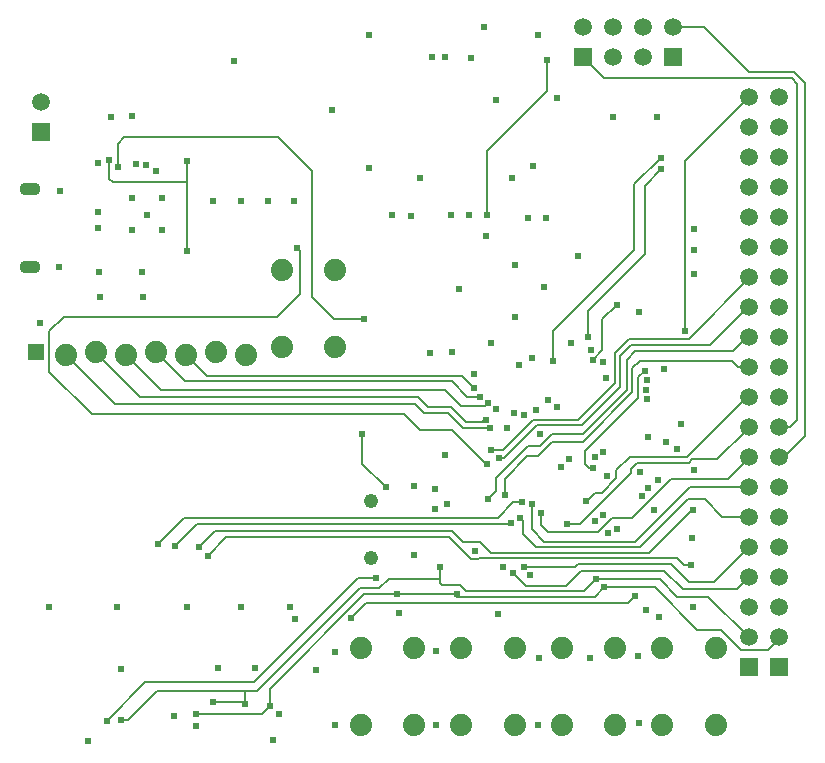
<source format=gbr>
%TF.GenerationSoftware,Novarm,DipTrace,3.2.0.1*%
%TF.CreationDate,2018-02-19T16:08:00-08:00*%
%FSLAX26Y26*%
%MOIN*%
%TF.FileFunction,Copper,L3,Inr*%
%TF.Part,Single*%
%AMOUTLINE1*
4,1,4,
0.026163,0.026163,
0.026205,-0.026121,
-0.026121,-0.026205,
-0.026163,0.026163,
0.026163,0.026163,
0*%
%TA.AperFunction,Conductor*%
%ADD15C,0.007*%
%TA.AperFunction,ComponentPad*%
%ADD33R,0.059055X0.059055*%
%ADD34C,0.059055*%
%ADD38O,0.070866X0.043307*%
%ADD45C,0.074*%
%ADD60R,0.05937X0.05937*%
%ADD61C,0.05937*%
%ADD65C,0.048*%
%TA.AperFunction,ViaPad*%
%ADD66C,0.024*%
%TA.AperFunction,ComponentPad*%
%ADD142OUTLINE1*%
G75*
G01*
%LPD*%
X971173Y2376227D2*
D15*
Y2303453D1*
Y2074445D1*
X972080Y2075352D1*
X712767Y2378479D2*
Y2315918D1*
X725231Y2303453D1*
X971173D1*
X740855Y2356572D2*
Y2431565D1*
X762727Y2453437D1*
X1275173D1*
X1387662Y2340949D1*
Y1922243D1*
X1462654Y1847251D1*
X1562767D1*
X1040823Y1059834D2*
X1103317Y1122327D1*
X1843864D1*
X1918856Y1047335D1*
X1940729D1*
X1943660Y1050267D1*
X2606477D1*
X2628156Y1028587D1*
X2651572D1*
X2325063Y1350631D2*
X2312361D1*
X2296941Y1366051D1*
Y1406672D1*
X2475267Y1584998D1*
Y1653740D1*
X2496920Y1675394D1*
X2631281Y1809755D2*
Y2375030D1*
X2844016Y2587765D1*
X1984474Y1412922D2*
X2025095D1*
X2125084Y1512911D1*
X2275068D1*
X2396931Y1634773D1*
Y1734763D1*
X2443801Y1781633D1*
X2643780D1*
X2849912Y1987765D1*
X2844016D1*
X2012596Y1384799D2*
X2028219D1*
X2137583Y1494163D1*
X2287567D1*
X2415679Y1622275D1*
Y1725389D1*
X2453175Y1762885D1*
X2715647D1*
X2840528Y1887765D1*
X2844016D1*
X874725Y1096839D2*
X962706Y1184820D1*
X2006696D1*
X2059641Y1237765D1*
X2087765D1*
X2053217Y1169197D2*
X2056341Y1166072D1*
X1006452D1*
X931460Y1091080D1*
X2844016Y1087765D2*
X2728593Y972343D1*
X2643814D1*
X2584445Y1031712D1*
X2275068D1*
X2265694Y1022338D1*
X2093838D1*
X2081338Y1184822D2*
X2090713Y1175446D1*
Y1131700D1*
X2134647Y1087765D1*
X2481107D1*
X2640655Y1247314D1*
X2696899D1*
X2756448Y1187765D1*
X2844016D1*
Y1287765D2*
X2647141D1*
X2465891Y1106516D1*
X2162768D1*
X2122141Y1147143D1*
Y1231516D1*
X2150265Y1200265D2*
Y1162764D1*
X2175079Y1137950D1*
X2340687D1*
X2387557Y1184820D1*
X2453571D1*
X2584807Y1316057D1*
X2775016D1*
X2850008Y1391049D1*
X2844016D1*
Y1387765D1*
X2237765Y1165891D2*
X2281516D1*
X2450050Y1334425D1*
Y1347303D1*
X2471923Y1369176D1*
X2644176D1*
X2656516Y1381516D1*
X2739911D1*
X2836935Y1478540D1*
X2846883D1*
X2837658Y1487765D1*
X2844016D1*
X2300265Y1240891D2*
Y1237765D1*
X2331516Y1269016D1*
X2353391D1*
X2403180Y1318805D1*
Y1344179D1*
X2446925Y1387924D1*
X2637530D1*
X2844016Y1594410D1*
Y1587765D1*
Y1687765D2*
X2809515D1*
X2787515Y1709765D1*
X2481297D1*
X2456299Y1684768D1*
Y1603526D1*
X2290692Y1437919D1*
X2187578D1*
X2140708Y1391049D1*
X2106336D1*
X2031344Y1316057D1*
Y1262939D1*
X2844016Y1787765D2*
X2837393D1*
X2790639Y1741012D1*
X2465673D1*
X2437551Y1712890D1*
Y1612901D1*
X2290692Y1466041D1*
X2187578D1*
X2146957Y1425420D1*
X2109461D1*
X2003222Y1319181D1*
Y1275097D1*
X1975267Y1247141D1*
X1634511Y1287935D2*
X1556394Y1366051D1*
Y1466041D1*
X2465890Y925267D2*
X2441100Y900475D1*
X1568893D1*
X1518898Y850481D1*
X2944016Y1387765D2*
X2962338D1*
X3031239Y1456667D1*
Y2634668D1*
X2993743Y2672164D1*
X2843759D1*
X2693786Y2822137D1*
X2590891D1*
X2190891Y1709641D2*
Y1806819D1*
X2462767Y2078694D1*
Y2297422D1*
X2550040Y2384694D1*
X2553164D1*
X1012520Y1087775D2*
X1065820Y1141075D1*
X1856362D1*
X1890922Y1106516D1*
X1947141D1*
X1984641Y1069016D1*
X2512352D1*
X2656101Y1212765D1*
X2659642D1*
X2403391Y1894016D2*
X2356516Y1847141D1*
Y1744016D1*
X2325142Y1712642D1*
X2362765Y953391D2*
X2531516D1*
X2672142Y812765D1*
X2750267D1*
X2819242Y743790D1*
X2906780D1*
X2944016Y781026D1*
Y787765D1*
X703391Y509641D2*
X831754Y638003D1*
X1193932D1*
X1540771Y984841D1*
X1603264D1*
X1672213Y931516D2*
X1872141D1*
Y922348D1*
X2331723D1*
X2362765Y953391D1*
X1247051Y556761D2*
Y616130D1*
X1562437Y931516D1*
X1672213D1*
X1002629Y532919D2*
X1223209D1*
X1247051Y556761D1*
X2171954Y2711777D2*
Y2609671D1*
X1970831Y2408547D1*
Y2194016D1*
X2844016Y787765D2*
Y781551D1*
X2334641Y981516D2*
X2547141D1*
X2606516Y922141D1*
X2709641D1*
X2844016Y787765D1*
X750265Y512765D2*
X775265D1*
X872381Y609881D1*
X1165810D1*
X1206431D1*
X1547020Y950470D1*
X1612638D1*
X1643885Y981717D1*
X1815742D1*
Y1022849D1*
Y981717D2*
Y969217D1*
X1822193Y962765D1*
X1881516D1*
X1903185Y941096D1*
X2294221D1*
X2334641Y981516D1*
X1165810Y564488D2*
Y609881D1*
X1057747Y572683D2*
X1157616D1*
X1165810Y564488D1*
X1981516Y1484641D2*
X1890882D1*
X1840739Y1534784D1*
X1762622D1*
X1731376Y1566030D1*
X730751D1*
X569016Y1727765D1*
X1947141Y1587767D2*
X1906516D1*
X1853391Y1640891D1*
X965890D1*
X869016Y1737765D1*
X1928391Y1619016D2*
X1887767Y1659641D1*
X1037141D1*
X969016Y1727765D1*
X1975265Y1569015D2*
X1965891Y1559641D1*
X1884625D1*
X1831365Y1612901D1*
X883881D1*
X769016Y1727765D1*
X669016Y1737765D2*
X667500Y1736250D1*
X815847Y1587903D1*
X1740750D1*
X1775121Y1553532D1*
X1850113D1*
X1900254Y1503391D1*
X1956516D1*
X1967453Y1514328D1*
X1969016Y1512765D1*
X2944016Y1487765D2*
X2981096D1*
X3006242Y1512911D1*
Y2631544D1*
X2987494Y2650292D1*
X2362736D1*
X2290891Y2722137D1*
X2553164Y2347198D2*
X2497141Y2291175D1*
Y2065891D1*
X2306717Y1875467D1*
Y1787966D1*
X2844016Y987765D2*
X2846683D1*
X2806263Y947345D1*
X2625032D1*
X2562736Y1009641D1*
X2284244D1*
X2234448Y959844D1*
X2100087D1*
X2059466Y1000465D1*
X1971839Y1365915D2*
X1968987D1*
X1856362Y1478540D1*
X1746999D1*
X1693880Y1531659D1*
X653364D1*
X512754Y1672269D1*
Y1806630D1*
X562748Y1856625D1*
X1272049D1*
X1347041Y1931617D1*
Y2075352D1*
X1337667Y2084726D1*
D66*
X1278298Y531764D3*
X1400160Y678624D3*
X971173Y2376227D3*
X972080Y2075352D3*
X712767Y2378479D3*
X675236Y2150267D3*
Y2206588D3*
X740855Y2356572D3*
X1562767Y1847251D3*
X548817Y2276251D3*
X837719Y2194089D3*
X1153311Y2240960D3*
X1240802D3*
X1328293D3*
X787865Y2525264D3*
X681486Y1922243D3*
X481507Y1834752D3*
X825221Y1922243D3*
X681486D3*
X1983511Y1769147D3*
X2253196Y1769134D3*
X1983511Y1769147D3*
X2065891Y1853391D3*
X1877481Y1948051D3*
X2065891Y1853391D3*
X1578496Y2350361D3*
X1747788Y2318865D3*
X1578496Y2350361D3*
X2054087Y2318865D3*
X1747788D3*
X2125347Y2357448D3*
X2054087Y2318865D3*
X2141095Y2796424D3*
X2206326Y2584673D3*
X2125347Y2357448D3*
X1578496Y2794256D3*
X1961961Y2821214D3*
X1578496Y2794256D3*
Y2350361D3*
X1129057Y2709639D3*
X2478172Y500517D3*
X1465089Y494957D3*
X1802625Y495852D3*
X2140160D3*
X512765Y887765D3*
X1257906Y445751D3*
D3*
D3*
X1197141Y684641D3*
X1075194D3*
X972141Y887767D3*
X1150265D3*
X1797139Y1214587D3*
X1728390Y1059973D3*
X737767Y887767D3*
X972141D3*
X737767D3*
X1197141Y684641D3*
X1315891Y887765D3*
D3*
X1331614Y847159D3*
X1197141Y684641D3*
X2562538Y1681643D3*
X2023609Y1020485D3*
X2529693Y1210943D3*
X927799Y524675D3*
X640891Y440891D3*
X750011Y680841D3*
D3*
X1331614Y847159D3*
X1002629Y493155D3*
X2023609Y1020485D3*
X787998Y2250496D3*
X1059571Y2240960D3*
X887767Y2250265D3*
X1153311Y2240960D3*
X887625Y2144156D3*
X548817Y2276251D3*
X545692Y2020345D3*
X787998Y2144095D3*
X1831365Y1394173D3*
X1728390Y1291198D3*
X1797139Y1214587D3*
X1928391Y1665891D3*
X2656516Y1119019D3*
X2509641Y1284641D3*
X2656516Y1119019D3*
X2356722Y1706391D3*
X2162580Y1953391D3*
X2662765Y2078391D3*
X2003222Y2578424D3*
X2651572Y1028587D3*
X2487546Y1256735D3*
X2651572Y1028587D3*
X1040823Y1059834D3*
X2651572Y1028587D3*
X2368809Y1650397D3*
X2662767Y1997302D3*
D3*
X2275068Y2059729D3*
X1831365Y2722159D3*
X2477897Y1871646D3*
X2503170Y878603D3*
X2543790Y853605D3*
X2325063Y1350631D3*
X2496920Y1675394D3*
X2631281Y1809755D3*
X1984474Y1412922D3*
X2012596Y1384799D3*
X874725Y1096839D3*
X2087765Y1237765D3*
X2053217Y1169197D3*
X931460Y1091080D3*
X2093838Y1022338D3*
X2081338Y1184822D3*
X2122141Y1231516D3*
X2150265Y1200265D3*
X2115710Y994215D3*
X2243822Y1381675D3*
X2121960Y1719139D3*
X1968851Y2125347D3*
X2237765Y1165891D3*
X2300265Y1240891D3*
X2031344Y1262939D3*
X1975267Y1247141D3*
X2503391Y1644016D3*
X2503170Y1612901D3*
X2506294Y1581654D3*
X2619016Y1497141D3*
X2509641Y1453391D3*
X2569016Y1437765D3*
X2603391Y1415891D3*
X2359435Y1403547D3*
X1634511Y1287935D3*
X1556394Y1466041D3*
X2465890Y925267D3*
X1518898Y850481D3*
X869016Y2340891D3*
X800265Y2365891D3*
X1781670Y1736273D3*
X2371933Y1325431D3*
X2481516Y1337765D3*
X2662528Y1344179D3*
X2537541Y2522180D3*
X2190891Y1709641D3*
X2553164Y2384694D3*
X2540890Y1312765D3*
X2659642Y1212765D3*
X1012520Y1087775D3*
X2659642Y1212765D3*
X2662764Y2147139D3*
X2403391Y1894016D3*
X2325142Y1712642D3*
X2403391Y1894016D3*
X1918856Y2719034D3*
X2362765Y953391D3*
X703391Y509641D3*
X1603264Y984841D3*
X1672213Y931516D3*
X2362765Y953391D3*
X1872141Y931516D3*
X1247051Y556761D3*
X1672213Y931516D3*
X1002629Y532919D3*
X1247051Y556761D3*
X1970831Y2194016D3*
X1850267D3*
X1912859D3*
X2171954Y2711777D3*
X1970831Y2194016D3*
X2334641Y981516D3*
X750265Y512765D3*
X1815742Y1022849D3*
X2334641Y981516D3*
X1165810Y564488D3*
X1057747Y572683D3*
X1165810Y564488D3*
X2003222Y1547282D3*
X1465778Y737992D3*
X2062765Y1534641D3*
X1803243Y741117D3*
X2134600Y1544016D3*
X2143832Y719244D3*
X2175079Y1578529D3*
X2331516Y1175267D3*
X2375058Y1134826D3*
X2475267Y725516D3*
X1981516Y1484641D3*
X1947141Y1587767D3*
X1928391Y1619016D3*
X1975265Y1569015D3*
X1969016Y1512765D3*
X834595Y2362822D3*
X1856372Y1737897D3*
X2331313Y1387924D3*
X2390891Y2522141D3*
X2553164Y2347198D3*
X2306717Y1787966D3*
X1837614Y1231691D3*
X1453391Y2544016D3*
X676328Y2369071D3*
X822096Y2003485D3*
X678361D3*
X718982Y2522180D3*
X2107996Y2184715D3*
X2168826D3*
X2065891Y2028113D3*
X2318814Y1744137D3*
X2065891Y2028113D3*
X2107996Y2184715D3*
X2059466Y1000465D3*
X1678391Y869016D3*
X2037765Y1484641D3*
X2009641Y865891D3*
X2093838Y1528213D3*
X2146957Y1466041D3*
X1931355Y1075104D3*
X2315891Y719016D3*
X2659643Y887764D3*
X2406305Y1147352D3*
X2359641Y1194016D3*
X2206516Y1556516D3*
X1797139Y1281516D3*
X1971839Y1365915D3*
X1337667Y2084726D3*
X1719007Y2192194D3*
X1656516Y2194016D3*
X1787620Y2722159D3*
X1719007Y2192194D3*
X2219016Y1353391D3*
X2078265Y1694142D3*
X1719007Y2192194D3*
D33*
X484631Y2472185D3*
D34*
Y2572185D3*
D38*
X449314Y2280188D3*
Y2020345D3*
D142*
X469016Y1737765D3*
D45*
X569016Y1727765D3*
X669016Y1737765D3*
X769016Y1727765D3*
X869016Y1737765D3*
X969016Y1727765D3*
X1069016Y1737765D3*
X1169016Y1727765D3*
D33*
X2844016Y687765D3*
D34*
Y787765D3*
Y887765D3*
Y987765D3*
Y1087765D3*
Y1187765D3*
Y1287765D3*
Y1387765D3*
Y1487765D3*
Y1587765D3*
Y1687765D3*
Y1787765D3*
Y1887765D3*
Y1987765D3*
Y2087765D3*
Y2187765D3*
Y2287765D3*
Y2387765D3*
Y2487765D3*
Y2587765D3*
D33*
X2944016Y687765D3*
D34*
Y787765D3*
Y887765D3*
Y987765D3*
Y1087765D3*
Y1187765D3*
Y1287765D3*
Y1387765D3*
Y1487765D3*
Y1587765D3*
Y1687765D3*
Y1787765D3*
Y1887765D3*
Y1987765D3*
Y2087765D3*
Y2187765D3*
Y2287765D3*
Y2387765D3*
Y2487765D3*
Y2587765D3*
D45*
X1287765Y1756516D3*
Y2012516D3*
X1465765Y1756516D3*
Y2012516D3*
X1550265Y494016D3*
Y750016D3*
X1728265Y494016D3*
Y750016D3*
X1885683Y494016D3*
Y750016D3*
X2063683Y494016D3*
Y750016D3*
X2221099Y494016D3*
Y750016D3*
X2399099Y494016D3*
Y750016D3*
X2556516Y494016D3*
Y750016D3*
X2734516Y494016D3*
Y750016D3*
D60*
X2590891Y2722137D3*
D61*
Y2822137D3*
X2490891Y2722137D3*
Y2822137D3*
X2390891Y2722137D3*
Y2822137D3*
D60*
X2290891Y2722137D3*
D61*
Y2822137D3*
D65*
X1584641Y1050269D3*
Y1240269D3*
M02*

</source>
